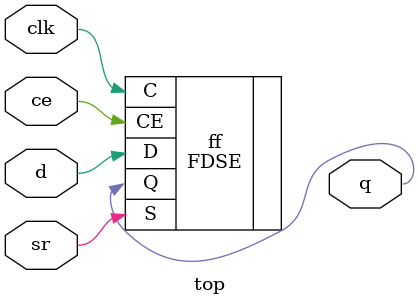
<source format=v>

module top(input clk, ce, sr, d, output q);
	(* LOC="SLICE_X16Y100", BEL="AFF", DONT_TOUCH *)
	FDSE ff (
		.C(clk),
		.CE(ce),
		.S(sr),
		.D(d),
		.Q(q)
	);
endmodule


</source>
